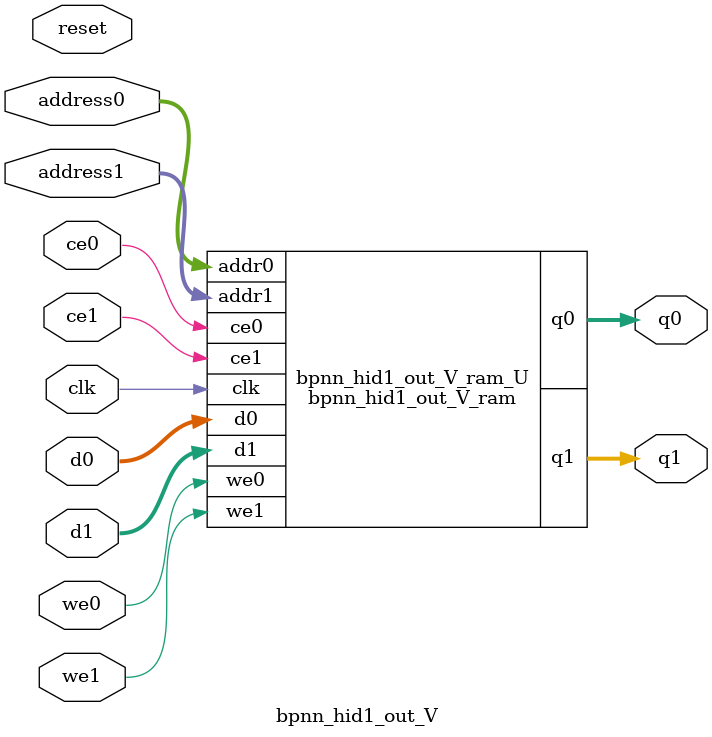
<source format=v>

`timescale 1 ns / 1 ps
module bpnn_hid1_out_V_ram (addr0, ce0, d0, we0, q0, addr1, ce1, d1, we1, q1,  clk);

parameter DWIDTH = 20;
parameter AWIDTH = 5;
parameter MEM_SIZE = 20;

input[AWIDTH-1:0] addr0;
input ce0;
input[DWIDTH-1:0] d0;
input we0;
output reg[DWIDTH-1:0] q0;
input[AWIDTH-1:0] addr1;
input ce1;
input[DWIDTH-1:0] d1;
input we1;
output reg[DWIDTH-1:0] q1;
input clk;

(* ram_style = "block" *)reg [DWIDTH-1:0] ram[0:MEM_SIZE-1];




always @(posedge clk)  
begin 
    if (ce0) 
    begin
        if (we0) 
        begin 
            ram[addr0] <= d0; 
            q0 <= d0;
        end 
        else 
            q0 <= ram[addr0];
    end
end


always @(posedge clk)  
begin 
    if (ce1) 
    begin
        if (we1) 
        begin 
            ram[addr1] <= d1; 
            q1 <= d1;
        end 
        else 
            q1 <= ram[addr1];
    end
end


endmodule


`timescale 1 ns / 1 ps
module bpnn_hid1_out_V(
    reset,
    clk,
    address0,
    ce0,
    we0,
    d0,
    q0,
    address1,
    ce1,
    we1,
    d1,
    q1);

parameter DataWidth = 32'd20;
parameter AddressRange = 32'd20;
parameter AddressWidth = 32'd5;
input reset;
input clk;
input[AddressWidth - 1:0] address0;
input ce0;
input we0;
input[DataWidth - 1:0] d0;
output[DataWidth - 1:0] q0;
input[AddressWidth - 1:0] address1;
input ce1;
input we1;
input[DataWidth - 1:0] d1;
output[DataWidth - 1:0] q1;



bpnn_hid1_out_V_ram bpnn_hid1_out_V_ram_U(
    .clk( clk ),
    .addr0( address0 ),
    .ce0( ce0 ),
    .we0( we0 ),
    .d0( d0 ),
    .q0( q0 ),
    .addr1( address1 ),
    .ce1( ce1 ),
    .we1( we1 ),
    .d1( d1 ),
    .q1( q1 ));

endmodule


</source>
